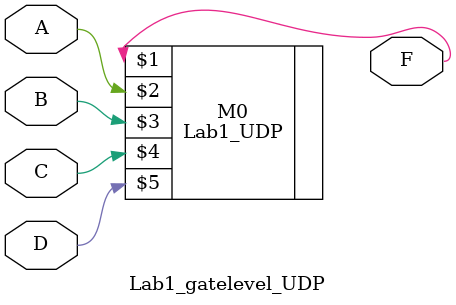
<source format=v>
module Lab1_gatelevel_UDP(F,A,B,C,D);
    output  F;
    input   A,B,C,D;

    Lab1_UDP M0(F,A,B,C,D);


endmodule
</source>
